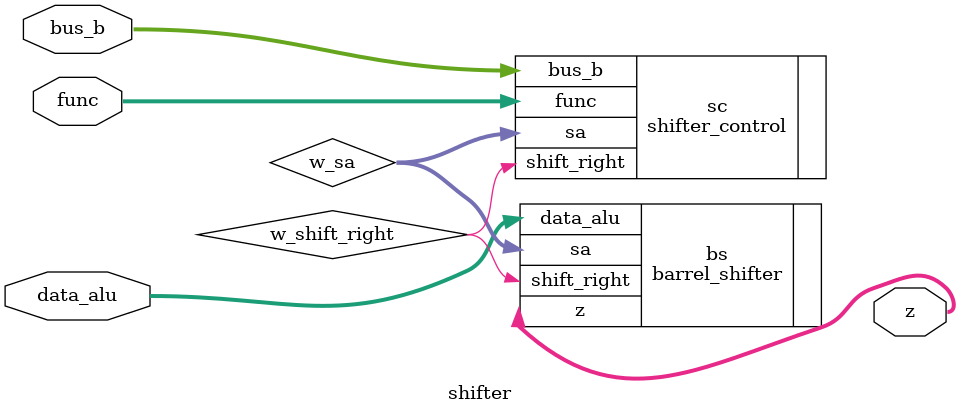
<source format=v>
module shifter
(
	input[31:0]	data_alu,
	input[4:0]	bus_b,
	input[3:0]	func,
	output [31:0]z	
);

wire [4:0] w_sa;
wire w_shift_right;

shifter_control sc(
.func(func),
.bus_b(bus_b[4:0]),
.shift_right(w_shift_right),
.sa(w_sa)
);

barrel_shifter bs(
.data_alu(data_alu),
.shift_right(w_shift_right),
.sa(w_sa),
.z(z)
);

endmodule

</source>
